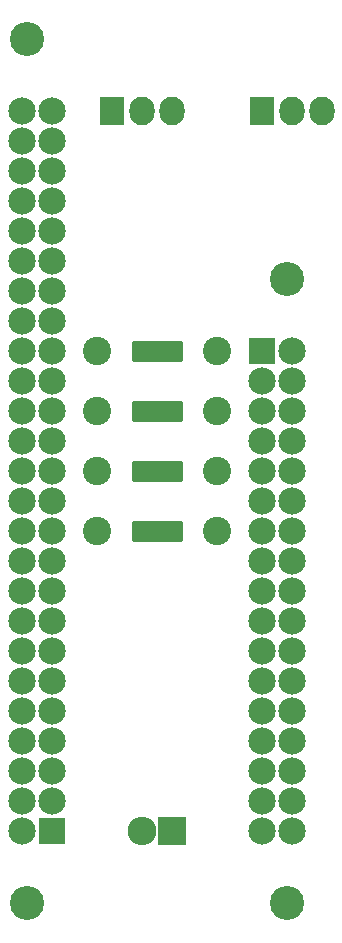
<source format=gbr>
G04 #@! TF.FileFunction,Soldermask,Top*
%FSLAX46Y46*%
G04 Gerber Fmt 4.6, Leading zero omitted, Abs format (unit mm)*
G04 Created by KiCad (PCBNEW (2014-12-16 BZR 5324)-product) date Monday, July 06, 2015 'AMt' 12:03:07 AM*
%MOMM*%
G01*
G04 APERTURE LIST*
%ADD10C,0.127000*%
%ADD11R,2.305000X2.305000*%
%ADD12C,2.305000*%
%ADD13C,2.889200*%
%ADD14R,2.432000X2.432000*%
%ADD15O,2.432000X2.432000*%
%ADD16R,2.127200X2.432000*%
%ADD17O,2.127200X2.432000*%
%ADD18C,2.398980*%
%ADD19C,0.254000*%
G04 APERTURE END LIST*
D10*
D11*
X8890000Y11430000D03*
D12*
X6350000Y11430000D03*
X8890000Y13970000D03*
X6350000Y13970000D03*
X8890000Y16510000D03*
X6350000Y16510000D03*
X8890000Y19050000D03*
X6350000Y19050000D03*
X8890000Y21590000D03*
X6350000Y21590000D03*
X8890000Y24130000D03*
X6350000Y24130000D03*
X8890000Y26670000D03*
X6350000Y26670000D03*
X8890000Y29210000D03*
X6350000Y29210000D03*
X8890000Y31750000D03*
X6350000Y31750000D03*
X8890000Y34290000D03*
X6350000Y34290000D03*
X8890000Y36830000D03*
X6350000Y36830000D03*
X8890000Y39370000D03*
X6350000Y39370000D03*
X8890000Y41910000D03*
X6350000Y41910000D03*
X8890000Y44450000D03*
X6350000Y44450000D03*
X8890000Y46990000D03*
X6350000Y46990000D03*
X8890000Y49530000D03*
X6350000Y49530000D03*
X8890000Y52070000D03*
X6350000Y52070000D03*
X8890000Y54610000D03*
X6350000Y54610000D03*
X8890000Y57150000D03*
X6350000Y57150000D03*
X8890000Y59690000D03*
X6350000Y59690000D03*
X8890000Y62230000D03*
X6350000Y62230000D03*
X8890000Y64770000D03*
X6350000Y64770000D03*
X8890000Y67310000D03*
X6350000Y67310000D03*
X8890000Y69850000D03*
X6350000Y69850000D03*
X8890000Y72390000D03*
X6350000Y72390000D03*
D13*
X6760000Y5310000D03*
X6760000Y78510000D03*
D11*
X26670000Y52070000D03*
D12*
X29210000Y52070000D03*
X26670000Y49530000D03*
X29210000Y49530000D03*
X26670000Y46990000D03*
X29210000Y46990000D03*
X26670000Y44450000D03*
X29210000Y44450000D03*
X26670000Y41910000D03*
X29210000Y41910000D03*
X26670000Y39370000D03*
X29210000Y39370000D03*
X26670000Y36830000D03*
X29210000Y36830000D03*
X26670000Y34290000D03*
X29210000Y34290000D03*
X26670000Y31750000D03*
X29210000Y31750000D03*
X26670000Y29210000D03*
X29210000Y29210000D03*
X26670000Y26670000D03*
X29210000Y26670000D03*
X26670000Y24130000D03*
X29210000Y24130000D03*
X26670000Y21590000D03*
X29210000Y21590000D03*
X26670000Y19050000D03*
X29210000Y19050000D03*
X26670000Y16510000D03*
X29210000Y16510000D03*
X26670000Y13970000D03*
X29210000Y13970000D03*
X26670000Y11430000D03*
X29210000Y11430000D03*
D13*
X28800000Y58190000D03*
X28800000Y5310000D03*
D14*
X19050000Y11430000D03*
D15*
X16510000Y11430000D03*
D16*
X13970000Y72390000D03*
D17*
X16510000Y72390000D03*
X19050000Y72390000D03*
D16*
X26670000Y72390000D03*
D17*
X29210000Y72390000D03*
X31750000Y72390000D03*
D18*
X22860000Y52070000D03*
X12700000Y52070000D03*
X22860000Y46990000D03*
X12700000Y46990000D03*
X22860000Y41910000D03*
X12700000Y41910000D03*
X22860000Y36830000D03*
X12700000Y36830000D03*
D19*
G36*
X19812000Y51308000D02*
X15748000Y51308000D01*
X15748000Y52832000D01*
X19812000Y52832000D01*
X19812000Y51308000D01*
X19812000Y51308000D01*
G37*
X19812000Y51308000D02*
X15748000Y51308000D01*
X15748000Y52832000D01*
X19812000Y52832000D01*
X19812000Y51308000D01*
G36*
X19812000Y46228000D02*
X15748000Y46228000D01*
X15748000Y47752000D01*
X19812000Y47752000D01*
X19812000Y46228000D01*
X19812000Y46228000D01*
G37*
X19812000Y46228000D02*
X15748000Y46228000D01*
X15748000Y47752000D01*
X19812000Y47752000D01*
X19812000Y46228000D01*
G36*
X19812000Y41148000D02*
X15748000Y41148000D01*
X15748000Y42672000D01*
X19812000Y42672000D01*
X19812000Y41148000D01*
X19812000Y41148000D01*
G37*
X19812000Y41148000D02*
X15748000Y41148000D01*
X15748000Y42672000D01*
X19812000Y42672000D01*
X19812000Y41148000D01*
G36*
X19812000Y36068000D02*
X15748000Y36068000D01*
X15748000Y37592000D01*
X19812000Y37592000D01*
X19812000Y36068000D01*
X19812000Y36068000D01*
G37*
X19812000Y36068000D02*
X15748000Y36068000D01*
X15748000Y37592000D01*
X19812000Y37592000D01*
X19812000Y36068000D01*
M02*

</source>
